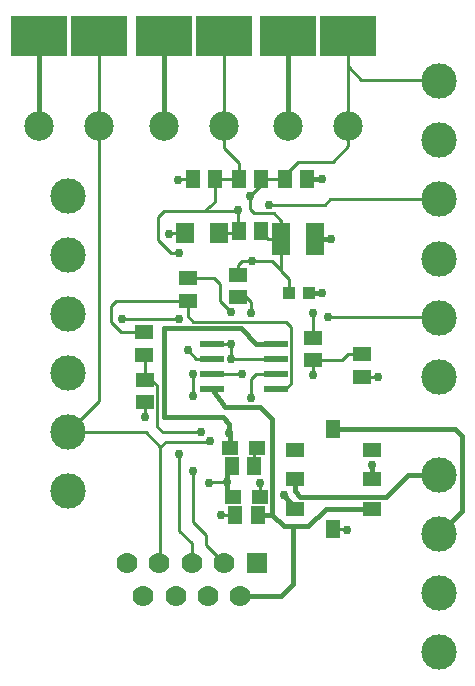
<source format=gtl>
G04 DipTrace 2.3.1.0*
%INTop.gbr*%
%MOIN*%
%ADD10C,0.01*%
%ADD14C,0.015*%
%ADD15R,0.0512X0.0591*%
%ADD16R,0.063X0.1063*%
%ADD17R,0.0433X0.0394*%
%ADD18R,0.063X0.0709*%
%ADD19R,0.0551X0.0472*%
%ADD20C,0.07*%
%ADD21R,0.07X0.07*%
%ADD22C,0.1181*%
%ADD23R,0.0591X0.0512*%
%ADD25R,0.0591X0.0472*%
%ADD26R,0.0472X0.0591*%
%ADD27R,0.185X0.135*%
%ADD28C,0.0984*%
%ADD29R,0.0787X0.0236*%
%ADD30C,0.03*%
%FSLAX44Y44*%
G04*
G70*
G90*
G75*
G01*
%LNTop*%
%LPD*%
X11517Y12687D2*
D14*
X11547D1*
Y12187D1*
X13328Y10625D2*
X13403Y10550D1*
Y10511D1*
X13756Y10159D1*
X13698D1*
X11517Y12687D2*
Y12997D1*
X11287Y13227D1*
X9327D1*
Y16187D1*
X11887D1*
X12412Y15662D1*
X13053D1*
X18512Y11291D2*
X17481D1*
X16739Y10550D1*
X13884D1*
X13698Y10736D1*
Y11143D1*
X16257Y10159D2*
X14730D1*
X14148Y9577D1*
X13637D1*
X13321D1*
X12932Y9966D1*
Y13162D1*
X12545Y13549D1*
X11358D1*
X10927Y14162D1*
X12455Y9947D2*
X12932Y9966D1*
X11878Y7242D2*
X13242D1*
X13637Y7637D1*
Y9577D1*
X16257Y11609D2*
Y11143D1*
X5171Y22906D2*
Y25906D1*
X9328Y22905D2*
Y25906D1*
X13484Y22906D2*
Y25906D1*
X9507Y19327D2*
D10*
X9525Y19345D1*
X10050D1*
X14116Y21155D2*
D14*
X14133Y21137D1*
X14587D1*
X14353Y19162D2*
X14358Y19157D1*
X14887D1*
X14172Y17352D2*
X14187Y17337D1*
X14607D1*
X9787Y21127D2*
D10*
X9815Y21155D1*
X10295D1*
X8707Y13217D2*
X8693Y13231D1*
Y13702D1*
X11620Y10560D2*
D14*
X11437Y10743D1*
Y11057D1*
X10827Y11027D2*
D10*
X10857Y11057D1*
X11437D1*
X11597Y11577D2*
D14*
X11437Y11417D1*
Y11057D1*
X15437Y9447D2*
D10*
X15414Y9470D1*
X14977D1*
X16457Y14547D2*
X16445Y14560D1*
X15940D1*
X18512Y9322D2*
D14*
X19258Y10068D1*
Y12586D1*
X19028Y12816D1*
X14977D1*
X7172Y25906D2*
D10*
Y22906D1*
X6147Y12712D2*
X7172Y13737D1*
Y22906D1*
X6147Y12712D2*
X8722D1*
X9217Y12217D1*
X9397Y12397D1*
X10863D1*
Y12422D1*
X14807Y16557D2*
X18517D1*
Y16529D1*
X9217Y12217D2*
Y8362D1*
X9183D1*
X13053Y14162D2*
X13402D1*
X13576Y14336D1*
Y16212D1*
X13396Y16392D1*
X10313D1*
X10133Y16572D1*
Y17092D1*
X7747D1*
X7567Y16912D1*
Y16367D1*
X7892Y16042D1*
X8653D1*
X12228Y16672D2*
Y17056D1*
X12082Y17202D1*
X11803D1*
X10927Y14662D2*
X11943D1*
X14293Y16672D2*
Y15855D1*
X12223Y13854D2*
Y14482D1*
X12403Y14662D1*
X13053D1*
X8693Y14450D2*
X8934D1*
X9118Y14266D1*
Y12882D1*
X9298Y12702D1*
X10583D1*
X8653Y15294D2*
X8693D1*
Y14450D1*
X14293Y15106D2*
X15257D1*
X15459Y15308D1*
X15940D1*
X10123Y15442D2*
X10403Y15162D1*
X10927D1*
X14293Y15106D2*
Y14611D1*
X11221Y9947D2*
X11707D1*
X12520Y11026D2*
Y10560D1*
X12345Y11577D2*
Y12187D1*
X12447D1*
X15485Y25906D2*
Y24877D1*
Y22906D1*
X13250Y19162D2*
Y19764D1*
X13010Y20004D1*
X12340D1*
X12209Y20135D1*
Y20586D1*
X10303Y13900D2*
Y14652D1*
X10307Y11417D2*
Y9727D1*
X10737Y9297D1*
Y8965D1*
X11340Y8362D1*
X11563Y16706D2*
X11197Y17072D1*
Y17660D1*
X11017Y17840D1*
X10133D1*
X13503Y17352D2*
Y17821D1*
X13236Y18088D1*
Y18108D1*
X12944Y18401D1*
X12253D1*
X13053Y15162D2*
X11563D1*
X15485Y24877D2*
X15497D1*
X15917Y24457D1*
X18517D1*
Y24404D1*
X13368Y21155D2*
Y21298D1*
X13797Y21727D1*
X14957D1*
X15485Y22255D1*
Y22906D1*
X12253Y18401D2*
X11931D1*
X11803Y18273D1*
Y17950D1*
X13250Y19162D2*
Y18122D1*
X13236Y18108D1*
X11563Y15662D2*
X10927D1*
X11563Y15162D2*
Y15662D1*
X13368Y21155D2*
X12571D1*
Y19405D2*
X12813Y19162D1*
X13250D1*
X12209Y20586D2*
X12571Y20949D1*
Y21155D1*
X11328Y25907D2*
Y22906D1*
X7947Y16492D2*
X9843D1*
X11817Y20107D2*
Y19405D1*
X11823D1*
X9843Y18681D2*
X9564D1*
X9127Y19117D1*
Y19877D1*
X9337Y20087D1*
X10557D1*
X10567Y20077D1*
X11817D1*
Y20107D1*
X12839Y20284D2*
Y20287D1*
X14687D1*
X14867Y20467D1*
X18517D1*
X11823Y21155D2*
X11827D1*
Y21677D1*
X11328Y22176D1*
Y22906D1*
X9847Y11987D2*
Y9417D1*
X10261Y9003D1*
Y8362D1*
X11823Y19405D2*
Y19345D1*
X11153D1*
X11043Y21155D2*
Y20390D1*
X10676Y20087D1*
X10557D1*
X11823Y21155D2*
X11429D1*
X11043D1*
D30*
X11517Y12687D3*
D3*
X9787Y21127D3*
X9507Y19327D3*
X14587Y21137D3*
X14887Y19157D3*
X14607Y17337D3*
X8707Y13217D3*
X11437Y11057D3*
X10827Y11027D3*
X15437Y9447D3*
X16457Y14547D3*
X16257Y11609D3*
X11221Y9947D3*
X12520Y11026D3*
X13328Y10625D3*
X12253Y18401D3*
X10303Y14652D3*
Y13900D3*
X10307Y11417D3*
X11563Y16706D3*
X12209Y20586D3*
X11563Y15162D3*
Y15662D3*
X9843Y16492D3*
X7947D3*
X12839Y20284D3*
X9847Y11987D3*
X9843Y18681D3*
X11817Y20107D3*
X10863Y12422D3*
X14807Y16557D3*
X11943Y14662D3*
X14293Y16672D3*
X12228D3*
X10583Y12702D3*
X12223Y13854D3*
X10123Y15442D3*
X14293Y14611D3*
D15*
X13368Y21155D3*
X14116D3*
X11043D3*
X10295D3*
D16*
X13250Y19162D3*
X14353D3*
D17*
X13503Y17352D3*
X14172D3*
D18*
X11153Y19345D3*
X10050D3*
D19*
X12520Y10560D3*
X11620D3*
X12447Y12187D3*
X11547D3*
D20*
X8643Y7242D3*
X9721D3*
X10800D3*
X11878D3*
X8093Y8362D3*
X9183D3*
X10261D3*
X11340D3*
D21*
X12422Y8366D3*
D22*
X18512Y9322D3*
Y11291D3*
Y5385D3*
Y7353D3*
X6147Y12712D3*
Y10744D3*
Y20587D3*
Y18618D3*
Y16650D3*
Y14681D3*
X18517Y14561D3*
Y16529D3*
Y18498D3*
Y20467D3*
Y22435D3*
Y24404D3*
D15*
X11823Y21155D3*
X12571D3*
D23*
X10133Y17092D3*
Y17840D3*
X8653Y16042D3*
Y15294D3*
X8693Y13702D3*
Y14450D3*
X11803Y17202D3*
Y17950D3*
X14293Y15855D3*
Y15106D3*
X15940Y14560D3*
Y15308D3*
D15*
X12455Y9947D3*
X11707D3*
X11597Y11577D3*
X12345D3*
X11823Y19405D3*
X12571D3*
D25*
X16257Y12127D3*
Y11143D3*
Y10159D3*
X13698Y12127D3*
Y11143D3*
Y10159D3*
D26*
X14977Y12816D3*
Y9470D3*
D27*
X5171Y25906D3*
X7172D3*
X9328D3*
X11328Y25907D3*
X13484Y25906D3*
X15485D3*
D28*
X11328Y22906D3*
X5171D3*
X7172D3*
X9328Y22905D3*
X13484Y22906D3*
X15485D3*
D29*
X13053Y14162D3*
Y14662D3*
Y15162D3*
Y15662D3*
X10927D3*
Y15162D3*
Y14662D3*
Y14162D3*
M02*

</source>
